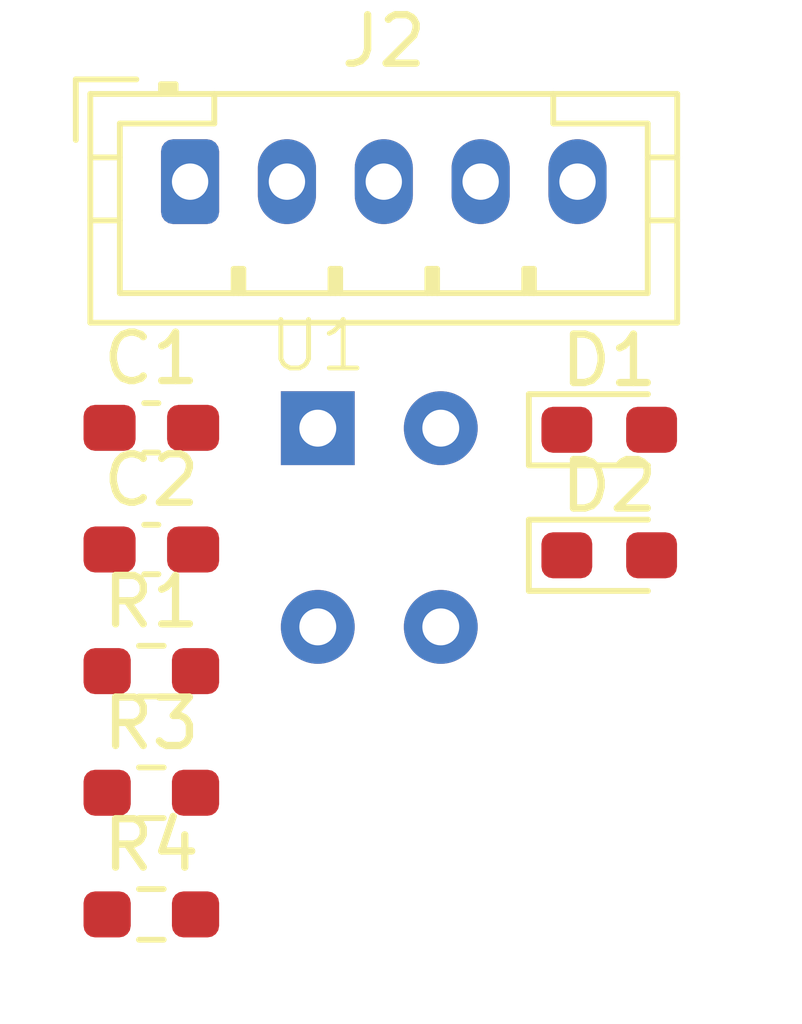
<source format=kicad_pcb>
(kicad_pcb (version 20240108) (generator "pcbnew") (generator_version "8.0")
  (layers (0 "F.Cu" signal) (31 "B.Cu" signal) (34 "B.Paste" user) (35 "F.Paste" user) (36 "B.SilkS" user "B.Silkscreen") (37 "F.SilkS" user "F.Silkscreen") (38 "B.Mask" user) (39 "F.Mask" user) (44 "Edge.Cuts" user))
  (net 0 "")
  (net 1 "GND")
  (net 2 "+3.3V")
  (net 3 "+5V")
  (net 4 "Net-(D1-A)")
  (net 5 "Net-(D2-A)")
  (net 6 "/SENSOR_SIDE_ADC")
  (net 7 "/PULSE")
  (net 8 "Net-(U1-cathode)")
  (net 9 "/SENSOR0_ADC")
  (footprint "Resistor_SMD:R_0603_1608Metric_Pad0.98x0.95mm_HandSolder" (layer "F.Cu") (at 149.5875 96.48)
    (property "Reference" "R1" (at 0 -1.43 0) (layer "F.SilkS"))
    (property "Value" "4.7")
    (fp_line (start -0.254724 -0.5225) (end 0.254724 -0.5225) (stroke (width 0.12)) (layer "F.SilkS"))
    (fp_line (start -0.254724 0.5225) (end 0.254724 0.5225) (stroke (width 0.12)) (layer "F.SilkS"))
    (pad "1" smd roundrect (at -0.9125 0) (size 0.975 0.95) (layers "F.Cu" "F.Paste" "F.Mask") (net 8 "Net-(U1-cathode)"))
    (pad "2" smd roundrect (at 0.9125 0) (size 0.975 0.95) (layers "F.Cu" "F.Paste" "F.Mask") (net 7 "/PULSE"))
  )
  (footprint "Capacitor_SMD:C_0603_1608Metric_Pad1.08x0.95mm_HandSolder" (layer "F.Cu") (at 149.5875 93.97)
    (property "Reference" "C2" (at 0 -1.43 0) (layer "F.SilkS"))
    (property "Value" "0.1u")
    (fp_line (start -0.146267 -0.51) (end 0.146267 -0.51) (stroke (width 0.12)) (layer "F.SilkS"))
    (fp_line (start -0.146267 0.51) (end 0.146267 0.51) (stroke (width 0.12)) (layer "F.SilkS"))
    (pad "1" smd roundrect (at -0.8625 0) (size 1.075 0.95) (layers "F.Cu" "F.Paste" "F.Mask") (net 3 "+5V"))
    (pad "2" smd roundrect (at 0.8625 0) (size 1.075 0.95) (layers "F.Cu" "F.Paste" "F.Mask") (net 1 "GND"))
  )
  (footprint "Capacitor_SMD:C_0603_1608Metric_Pad1.08x0.95mm_HandSolder" (layer "F.Cu") (at 149.5875 91.46)
    (property "Reference" "C1" (at 0 -1.43 0) (layer "F.SilkS"))
    (property "Value" "0.1u")
    (fp_line (start -0.146267 -0.51) (end 0.146267 -0.51) (stroke (width 0.12)) (layer "F.SilkS"))
    (fp_line (start -0.146267 0.51) (end 0.146267 0.51) (stroke (width 0.12)) (layer "F.SilkS"))
    (pad "1" smd roundrect (at -0.8625 0) (size 1.075 0.95) (layers "F.Cu" "F.Paste" "F.Mask") (net 2 "+3.3V"))
    (pad "2" smd roundrect (at 0.8625 0) (size 1.075 0.95) (layers "F.Cu" "F.Paste" "F.Mask") (net 1 "GND"))
  )
  (footprint "LED_SMD:LED_0603_1608Metric_Pad1.05x0.95mm_HandSolder" (layer "F.Cu") (at 159.0425 91.5)
    (property "Reference" "D1" (at 0 -1.43 0) (layer "F.SilkS"))
    (property "Value" "LED_Small")
    (fp_line (start -1.66 -0.735) (end -1.66 0.735) (stroke (width 0.12)) (layer "F.SilkS"))
    (fp_line (start -1.66 0.735) (end 0.8 0.735) (stroke (width 0.12)) (layer "F.SilkS"))
    (fp_line (start 0.8 -0.735) (end -1.66 -0.735) (stroke (width 0.12)) (layer "F.SilkS"))
    (pad "1" smd roundrect (at -0.875 0) (size 1.05 0.95) (layers "F.Cu" "F.Paste" "F.Mask") (net 1 "GND"))
    (pad "2" smd roundrect (at 0.875 0) (size 1.05 0.95) (layers "F.Cu" "F.Paste" "F.Mask") (net 4 "Net-(D1-A)"))
  )
  (footprint "Connector_JST:JST_PH_B5B-PH-K_1x05_P2.00mm_Vertical" (layer "F.Cu") (at 150.3875 86.38)
    (property "Reference" "J2" (at 4 -2.9 0) (layer "F.SilkS"))
    (property "Value" "PH_5p")
    (fp_line (start -2.36 -2.11) (end -2.36 -0.86) (stroke (width 0.12)) (layer "F.SilkS"))
    (fp_line (start -2.06 -1.81) (end -2.06 2.91) (stroke (width 0.12)) (layer "F.SilkS"))
    (fp_line (start -2.06 -0.5) (end -1.45 -0.5) (stroke (width 0.12)) (layer "F.SilkS"))
    (fp_line (start -2.06 0.8) (end -1.45 0.8) (stroke (width 0.12)) (layer "F.SilkS"))
    (fp_line (start -2.06 2.91) (end 10.06 2.91) (stroke (width 0.12)) (layer "F.SilkS"))
    (fp_line (start -1.45 -1.2) (end -1.45 2.3) (stroke (width 0.12)) (layer "F.SilkS"))
    (fp_line (start -1.45 2.3) (end 9.45 2.3) (stroke (width 0.12)) (layer "F.SilkS"))
    (fp_line (start -1.11 -2.11) (end -2.36 -2.11) (stroke (width 0.12)) (layer "F.SilkS"))
    (fp_line (start -0.6 -2.01) (end -0.6 -1.81) (stroke (width 0.12)) (layer "F.SilkS"))
    (fp_line (start -0.3 -2.01) (end -0.6 -2.01) (stroke (width 0.12)) (layer "F.SilkS"))
    (fp_line (start -0.3 -1.91) (end -0.6 -1.91) (stroke (width 0.12)) (layer "F.SilkS"))
    (fp_line (start -0.3 -1.81) (end -0.3 -2.01) (stroke (width 0.12)) (layer "F.SilkS"))
    (fp_line (start 0.5 -1.81) (end 0.5 -1.2) (stroke (width 0.12)) (layer "F.SilkS"))
    (fp_line (start 0.5 -1.2) (end -1.45 -1.2) (stroke (width 0.12)) (layer "F.SilkS"))
    (fp_line (start 0.9 1.8) (end 1.1 1.8) (stroke (width 0.12)) (layer "F.SilkS"))
    (fp_line (start 0.9 2.3) (end 0.9 1.8) (stroke (width 0.12)) (layer "F.SilkS"))
    (fp_line (start 1 2.3) (end 1 1.8) (stroke (width 0.12)) (layer "F.SilkS"))
    (fp_line (start 1.1 1.8) (end 1.1 2.3) (stroke (width 0.12)) (layer "F.SilkS"))
    (fp_line (start 2.9 1.8) (end 3.1 1.8) (stroke (width 0.12)) (layer "F.SilkS"))
    (fp_line (start 2.9 2.3) (end 2.9 1.8) (stroke (width 0.12)) (layer "F.SilkS"))
    (fp_line (start 3 2.3) (end 3 1.8) (stroke (width 0.12)) (layer "F.SilkS"))
    (fp_line (start 3.1 1.8) (end 3.1 2.3) (stroke (width 0.12)) (layer "F.SilkS"))
    (fp_line (start 4.9 1.8) (end 5.1 1.8) (stroke (width 0.12)) (layer "F.SilkS"))
    (fp_line (start 4.9 2.3) (end 4.9 1.8) (stroke (width 0.12)) (layer "F.SilkS"))
    (fp_line (start 5 2.3) (end 5 1.8) (stroke (width 0.12)) (layer "F.SilkS"))
    (fp_line (start 5.1 1.8) (end 5.1 2.3) (stroke (width 0.12)) (layer "F.SilkS"))
    (fp_line (start 6.9 1.8) (end 7.1 1.8) (stroke (width 0.12)) (layer "F.SilkS"))
    (fp_line (start 6.9 2.3) (end 6.9 1.8) (stroke (width 0.12)) (layer "F.SilkS"))
    (fp_line (start 7 2.3) (end 7 1.8) (stroke (width 0.12)) (layer "F.SilkS"))
    (fp_line (start 7.1 1.8) (end 7.1 2.3) (stroke (width 0.12)) (layer "F.SilkS"))
    (fp_line (start 7.5 -1.2) (end 7.5 -1.81) (stroke (width 0.12)) (layer "F.SilkS"))
    (fp_line (start 9.45 -1.2) (end 7.5 -1.2) (stroke (width 0.12)) (layer "F.SilkS"))
    (fp_line (start 9.45 2.3) (end 9.45 -1.2) (stroke (width 0.12)) (layer "F.SilkS"))
    (fp_line (start 10.06 -1.81) (end -2.06 -1.81) (stroke (width 0.12)) (layer "F.SilkS"))
    (fp_line (start 10.06 -0.5) (end 9.45 -0.5) (stroke (width 0.12)) (layer "F.SilkS"))
    (fp_line (start 10.06 0.8) (end 9.45 0.8) (stroke (width 0.12)) (layer "F.SilkS"))
    (fp_line (start 10.06 2.91) (end 10.06 -1.81) (stroke (width 0.12)) (layer "F.SilkS"))
    (pad "1" thru_hole roundrect (at 0 0) (size 1.2 1.75) (drill 0.75) (layers "*.Cu" "*.Mask") (roundrect_rratio 0.208333) (net 2 "+3.3V"))
    (pad "2" thru_hole oval (at 2 0) (size 1.2 1.75) (drill 0.75) (layers "*.Cu" "*.Mask") (net 3 "+5V"))
    (pad "3" thru_hole oval (at 4 0) (size 1.2 1.75) (drill 0.75) (layers "*.Cu" "*.Mask") (net 6 "/SENSOR_SIDE_ADC"))
    (pad "4" thru_hole oval (at 6 0) (size 1.2 1.75) (drill 0.75) (layers "*.Cu" "*.Mask") (net 7 "/PULSE"))
    (pad "5" thru_hole oval (at 8 0) (size 1.2 1.75) (drill 0.75) (layers "*.Cu" "*.Mask") (net 1 "GND"))
  )
  (footprint "mylib:LBR-127HLD" (layer "F.Cu") (at 153.0245 91.467)
    (property "Reference" "U1" (at 0 -1.7 0) (layer "F.SilkS") (effects (font (thickness 0.1))))
    (property "Value" "LBR-127HLD")
    (pad "1" thru_hole rect (at 0 0) (size 1.524 1.524) (drill 0.762) (layers "*.Cu" "*.Mask") (net 3 "+5V"))
    (pad "2" thru_hole circle (at 2.54 0) (size 1.524 1.524) (drill 0.762) (layers "*.Cu" "*.Mask") (net 8 "Net-(U1-cathode)"))
    (pad "3" thru_hole circle (at 0 4.1) (size 1.524 1.524) (drill 0.762) (layers "*.Cu" "*.Mask") (net 1 "GND"))
    (pad "4" thru_hole circle (at 2.54 4.1) (size 1.524 1.524) (drill 0.762) (layers "*.Cu" "*.Mask") (net 9 "/SENSOR0_ADC"))
  )
  (footprint "Resistor_SMD:R_0603_1608Metric_Pad0.98x0.95mm_HandSolder" (layer "F.Cu") (at 149.5875 98.99)
    (property "Reference" "R3" (at 0 -1.43 0) (layer "F.SilkS"))
    (property "Value" "R_Small")
    (fp_line (start -0.254724 -0.5225) (end 0.254724 -0.5225) (stroke (width 0.12)) (layer "F.SilkS"))
    (fp_line (start -0.254724 0.5225) (end 0.254724 0.5225) (stroke (width 0.12)) (layer "F.SilkS"))
    (pad "1" smd roundrect (at -0.9125 0) (size 0.975 0.95) (layers "F.Cu" "F.Paste" "F.Mask") (net 2 "+3.3V"))
    (pad "2" smd roundrect (at 0.9125 0) (size 0.975 0.95) (layers "F.Cu" "F.Paste" "F.Mask") (net 4 "Net-(D1-A)"))
  )
  (footprint "LED_SMD:LED_0603_1608Metric_Pad1.05x0.95mm_HandSolder" (layer "F.Cu") (at 159.0425 94.09)
    (property "Reference" "D2" (at 0 -1.43 0) (layer "F.SilkS"))
    (property "Value" "LED_Small")
    (fp_line (start -1.66 -0.735) (end -1.66 0.735) (stroke (width 0.12)) (layer "F.SilkS"))
    (fp_line (start -1.66 0.735) (end 0.8 0.735) (stroke (width 0.12)) (layer "F.SilkS"))
    (fp_line (start 0.8 -0.735) (end -1.66 -0.735) (stroke (width 0.12)) (layer "F.SilkS"))
    (pad "1" smd roundrect (at -0.875 0) (size 1.05 0.95) (layers "F.Cu" "F.Paste" "F.Mask") (net 1 "GND"))
    (pad "2" smd roundrect (at 0.875 0) (size 1.05 0.95) (layers "F.Cu" "F.Paste" "F.Mask") (net 5 "Net-(D2-A)"))
  )
  (footprint "Resistor_SMD:R_0603_1608Metric_Pad0.98x0.95mm_HandSolder" (layer "F.Cu") (at 149.5875 101.5)
    (property "Reference" "R4" (at 0 -1.43 0) (layer "F.SilkS"))
    (property "Value" "R_Small")
    (fp_line (start -0.254724 -0.5225) (end 0.254724 -0.5225) (stroke (width 0.12)) (layer "F.SilkS"))
    (fp_line (start -0.254724 0.5225) (end 0.254724 0.5225) (stroke (width 0.12)) (layer "F.SilkS"))
    (pad "1" smd roundrect (at -0.9125 0) (size 0.975 0.95) (layers "F.Cu" "F.Paste" "F.Mask") (net 3 "+5V"))
    (pad "2" smd roundrect (at 0.9125 0) (size 0.975 0.95) (layers "F.Cu" "F.Paste" "F.Mask") (net 5 "Net-(D2-A)"))
  )
)
</source>
